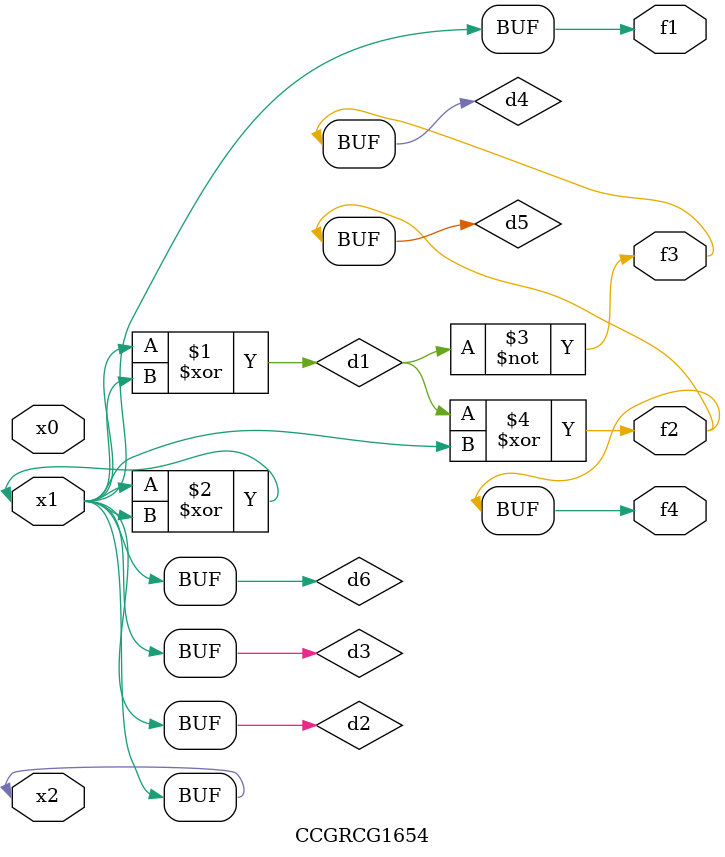
<source format=v>
module CCGRCG1654(
	input x0, x1, x2,
	output f1, f2, f3, f4
);

	wire d1, d2, d3, d4, d5, d6;

	xor (d1, x1, x2);
	buf (d2, x1, x2);
	xor (d3, x1, x2);
	nor (d4, d1);
	xor (d5, d1, d2);
	buf (d6, d2, d3);
	assign f1 = d6;
	assign f2 = d5;
	assign f3 = d4;
	assign f4 = d5;
endmodule

</source>
